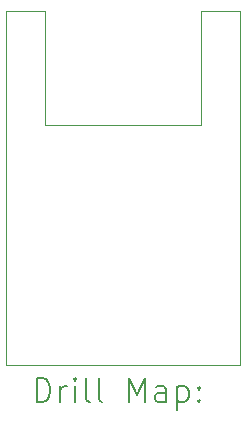
<source format=gbr>
%TF.GenerationSoftware,KiCad,Pcbnew,7.0.9*%
%TF.CreationDate,2025-02-23T19:45:51+01:00*%
%TF.ProjectId,filament-jar,66696c61-6d65-46e7-942d-6a61722e6b69,rev?*%
%TF.SameCoordinates,Original*%
%TF.FileFunction,Drillmap*%
%TF.FilePolarity,Positive*%
%FSLAX45Y45*%
G04 Gerber Fmt 4.5, Leading zero omitted, Abs format (unit mm)*
G04 Created by KiCad (PCBNEW 7.0.9) date 2025-02-23 19:45:51*
%MOMM*%
%LPD*%
G01*
G04 APERTURE LIST*
%ADD10C,0.100000*%
%ADD11C,0.200000*%
G04 APERTURE END LIST*
D10*
X11125200Y-8077200D02*
X11125200Y-5080000D01*
X11125200Y-5080000D02*
X10795000Y-5080000D01*
X9474200Y-6045200D02*
X10795000Y-6045200D01*
X9144000Y-5080000D02*
X9144000Y-8077200D01*
X9144000Y-8077200D02*
X11125200Y-8077200D01*
X10795000Y-6045200D02*
X10795000Y-5080000D01*
X9474200Y-5080000D02*
X9474200Y-6045200D01*
X9474200Y-5080000D02*
X9144000Y-5080000D01*
D11*
X9399777Y-8393684D02*
X9399777Y-8193684D01*
X9399777Y-8193684D02*
X9447396Y-8193684D01*
X9447396Y-8193684D02*
X9475967Y-8203208D01*
X9475967Y-8203208D02*
X9495015Y-8222255D01*
X9495015Y-8222255D02*
X9504539Y-8241303D01*
X9504539Y-8241303D02*
X9514063Y-8279398D01*
X9514063Y-8279398D02*
X9514063Y-8307969D01*
X9514063Y-8307969D02*
X9504539Y-8346065D01*
X9504539Y-8346065D02*
X9495015Y-8365112D01*
X9495015Y-8365112D02*
X9475967Y-8384160D01*
X9475967Y-8384160D02*
X9447396Y-8393684D01*
X9447396Y-8393684D02*
X9399777Y-8393684D01*
X9599777Y-8393684D02*
X9599777Y-8260350D01*
X9599777Y-8298446D02*
X9609301Y-8279398D01*
X9609301Y-8279398D02*
X9618824Y-8269874D01*
X9618824Y-8269874D02*
X9637872Y-8260350D01*
X9637872Y-8260350D02*
X9656920Y-8260350D01*
X9723586Y-8393684D02*
X9723586Y-8260350D01*
X9723586Y-8193684D02*
X9714063Y-8203208D01*
X9714063Y-8203208D02*
X9723586Y-8212731D01*
X9723586Y-8212731D02*
X9733110Y-8203208D01*
X9733110Y-8203208D02*
X9723586Y-8193684D01*
X9723586Y-8193684D02*
X9723586Y-8212731D01*
X9847396Y-8393684D02*
X9828348Y-8384160D01*
X9828348Y-8384160D02*
X9818824Y-8365112D01*
X9818824Y-8365112D02*
X9818824Y-8193684D01*
X9952158Y-8393684D02*
X9933110Y-8384160D01*
X9933110Y-8384160D02*
X9923586Y-8365112D01*
X9923586Y-8365112D02*
X9923586Y-8193684D01*
X10180729Y-8393684D02*
X10180729Y-8193684D01*
X10180729Y-8193684D02*
X10247396Y-8336541D01*
X10247396Y-8336541D02*
X10314063Y-8193684D01*
X10314063Y-8193684D02*
X10314063Y-8393684D01*
X10495015Y-8393684D02*
X10495015Y-8288922D01*
X10495015Y-8288922D02*
X10485491Y-8269874D01*
X10485491Y-8269874D02*
X10466444Y-8260350D01*
X10466444Y-8260350D02*
X10428348Y-8260350D01*
X10428348Y-8260350D02*
X10409301Y-8269874D01*
X10495015Y-8384160D02*
X10475967Y-8393684D01*
X10475967Y-8393684D02*
X10428348Y-8393684D01*
X10428348Y-8393684D02*
X10409301Y-8384160D01*
X10409301Y-8384160D02*
X10399777Y-8365112D01*
X10399777Y-8365112D02*
X10399777Y-8346065D01*
X10399777Y-8346065D02*
X10409301Y-8327017D01*
X10409301Y-8327017D02*
X10428348Y-8317493D01*
X10428348Y-8317493D02*
X10475967Y-8317493D01*
X10475967Y-8317493D02*
X10495015Y-8307969D01*
X10590253Y-8260350D02*
X10590253Y-8460350D01*
X10590253Y-8269874D02*
X10609301Y-8260350D01*
X10609301Y-8260350D02*
X10647396Y-8260350D01*
X10647396Y-8260350D02*
X10666444Y-8269874D01*
X10666444Y-8269874D02*
X10675967Y-8279398D01*
X10675967Y-8279398D02*
X10685491Y-8298446D01*
X10685491Y-8298446D02*
X10685491Y-8355588D01*
X10685491Y-8355588D02*
X10675967Y-8374636D01*
X10675967Y-8374636D02*
X10666444Y-8384160D01*
X10666444Y-8384160D02*
X10647396Y-8393684D01*
X10647396Y-8393684D02*
X10609301Y-8393684D01*
X10609301Y-8393684D02*
X10590253Y-8384160D01*
X10771205Y-8374636D02*
X10780729Y-8384160D01*
X10780729Y-8384160D02*
X10771205Y-8393684D01*
X10771205Y-8393684D02*
X10761682Y-8384160D01*
X10761682Y-8384160D02*
X10771205Y-8374636D01*
X10771205Y-8374636D02*
X10771205Y-8393684D01*
X10771205Y-8269874D02*
X10780729Y-8279398D01*
X10780729Y-8279398D02*
X10771205Y-8288922D01*
X10771205Y-8288922D02*
X10761682Y-8279398D01*
X10761682Y-8279398D02*
X10771205Y-8269874D01*
X10771205Y-8269874D02*
X10771205Y-8288922D01*
M02*

</source>
